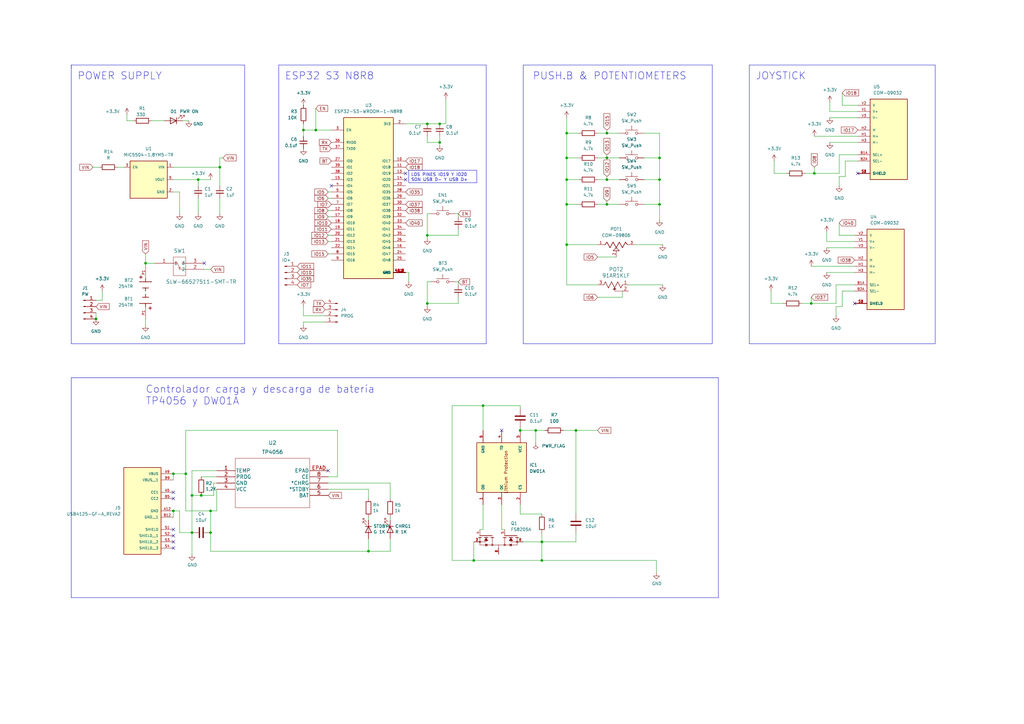
<source format=kicad_sch>
(kicad_sch (version 20231120) (generator "eeschema") (generator_version "8.0")
  (paper "A3")
  (title_block (title "CONTROL WIFI ESP32 S3") (rev "C. TAYUPANTA"))
  (junction (at 198.12 166.37))
  (junction (at 219.71 176.53))
  (junction (at 332.74 124.46))
  (junction (at 248.92 83.82))
  (junction (at 222.25 222.25))
  (junction (at 232.41 64.77))
  (junction (at 82.55 203.2))
  (junction (at 232.41 100.33))
  (junction (at 78.74 203.2))
  (junction (at 248.92 54.61))
  (junction (at 213.36 176.53))
  (junction (at 175.26 96.52))
  (junction (at 59.69 107.95))
  (junction (at 180.34 58.42))
  (junction (at 232.41 83.82))
  (junction (at 270.51 73.66))
  (junction (at 81.28 73.66))
  (junction (at 39.37 130.81))
  (junction (at 248.92 64.77))
  (junction (at 86.36 209.55))
  (junction (at 248.92 73.66))
  (junction (at 175.26 50.8))
  (junction (at 232.41 54.61))
  (junction (at 194.31 229.87))
  (junction (at 86.36 218.44))
  (junction (at 232.41 73.66))
  (junction (at 78.74 218.44))
  (junction (at 334.01 71.12))
  (junction (at 175.26 124.46))
  (junction (at 180.34 50.8))
  (junction (at 129.54 53.34))
  (junction (at 236.22 176.53))
  (junction (at 71.12 209.55))
  (junction (at 71.12 194.31))
  (junction (at 76.2 194.31))
  (junction (at 270.51 83.82))
  (junction (at 222.25 229.87))
  (junction (at 90.17 68.58))
  (junction (at 151.13 226.06))
  (junction (at 124.46 53.34))
  (junction (at 270.51 64.77))
  (no_connect (at 556.26 -137.16))
  (no_connect (at 350.52 124.46))
  (no_connect (at 351.79 71.12))
  (no_connect (at 166.37 71.12))
  (no_connect (at 134.62 193.04))
  (no_connect (at 71.12 201.93))
  (no_connect (at 71.12 224.79))
  (no_connect (at 71.12 222.25))
  (no_connect (at 166.37 73.66))
  (no_connect (at 205.74 176.53))
  (no_connect (at 71.12 217.17))
  (no_connect (at 135.89 76.2))
  (no_connect (at 83.82 107.95))
  (no_connect (at 71.12 219.71))
  (no_connect (at 71.12 204.47))
  (wire (pts (xy 175.26 96.52) (xy 175.26 97.79)))
  (wire (pts (xy 194.31 229.87) (xy 185.42 229.87)))
  (wire (pts (xy 124.46 132.08) (xy 133.35 132.08)))
  (wire (pts (xy 270.51 64.77) (xy 270.51 73.66)))
  (wire (pts (xy 213.36 176.53) (xy 219.71 176.53)))
  (polyline (pts (xy 199.39 140.97) (xy 114.3 140.97)))
  (wire (pts (xy 129.54 44.45) (xy 129.54 53.34)))
  (wire (pts (xy 236.22 222.25) (xy 236.22 218.44)))
  (polyline (pts (xy 29.21 140.97) (xy 100.33 140.97)))
  (wire (pts (xy 232.41 83.82) (xy 232.41 100.33)))
  (wire (pts (xy 232.41 64.77) (xy 232.41 73.66)))
  (wire (pts (xy 237.49 83.82) (xy 232.41 83.82)))
  (wire (pts (xy 138.43 176.53) (xy 138.43 195.58)))
  (wire (pts (xy 245.11 116.84) (xy 232.41 116.84)))
  (wire (pts (xy 219.71 176.53) (xy 223.52 176.53)))
  (wire (pts (xy 346.71 66.04) (xy 351.79 66.04)))
  (wire (pts (xy 344.17 72.39) (xy 346.71 72.39)))
  (wire (pts (xy 134.62 81.28) (xy 135.89 81.28)))
  (wire (pts (xy 316.23 119.38) (xy 316.23 124.46)))
  (wire (pts (xy 198.12 166.37) (xy 185.42 166.37)))
  (polyline (pts (xy 114.3 26.67) (xy 114.3 140.97)))
  (wire (pts (xy 134.62 198.12) (xy 160.02 198.12)))
  (polyline (pts (xy 29.21 154.94) (xy 29.21 245.11)))
  (wire (pts (xy 231.14 176.53) (xy 236.22 176.53)))
  (wire (pts (xy 87.63 203.2) (xy 87.63 198.12)))
  (wire (pts (xy 213.36 207.01) (xy 213.36 210.82)))
  (wire (pts (xy 213.36 175.26) (xy 213.36 176.53)))
  (wire (pts (xy 187.96 115.57) (xy 187.96 116.84)))
  (wire (pts (xy 124.46 133.35) (xy 124.46 132.08)))
  (wire (pts (xy 346.71 72.39) (xy 346.71 66.04)))
  (polyline (pts (xy 292.1 140.97) (xy 292.1 26.67)))
  (wire (pts (xy 317.5 71.12) (xy 322.58 71.12)))
  (wire (pts (xy 255.27 119.38) (xy 255.27 121.92)))
  (wire (pts (xy 334.01 55.88) (xy 351.79 55.88)))
  (wire (pts (xy 344.17 63.5) (xy 351.79 63.5)))
  (wire (pts (xy 176.53 87.63) (xy 175.26 87.63)))
  (wire (pts (xy 134.62 88.9) (xy 135.89 88.9)))
  (polyline (pts (xy 29.21 26.67) (xy 29.21 140.97)))
  (wire (pts (xy 83.82 110.49) (xy 86.36 110.49)))
  (polyline (pts (xy 214.63 140.97) (xy 214.63 26.67)))
  (wire (pts (xy 339.09 111.76) (xy 350.52 111.76)))
  (wire (pts (xy 214.63 222.25) (xy 222.25 222.25)))
  (wire (pts (xy 222.25 218.44) (xy 222.25 222.25)))
  (wire (pts (xy 39.37 128.27) (xy 39.37 130.81)))
  (wire (pts (xy 264.16 64.77) (xy 270.51 64.77)))
  (wire (pts (xy 59.69 109.22) (xy 59.69 107.95)))
  (wire (pts (xy 342.9 116.84) (xy 350.52 116.84)))
  (wire (pts (xy 340.36 58.42) (xy 351.79 58.42)))
  (wire (pts (xy 222.25 222.25) (xy 236.22 222.25)))
  (wire (pts (xy 332.74 121.92) (xy 332.74 124.46)))
  (wire (pts (xy 90.17 64.77) (xy 91.44 64.77)))
  (wire (pts (xy 194.31 229.87) (xy 222.25 229.87)))
  (wire (pts (xy 219.71 176.53) (xy 219.71 181.61)))
  (wire (pts (xy 180.34 58.42) (xy 180.34 59.69)))
  (wire (pts (xy 87.63 198.12) (xy 88.9 198.12)))
  (wire (pts (xy 245.11 64.77) (xy 248.92 64.77)))
  (wire (pts (xy 222.25 222.25) (xy 222.25 229.87)))
  (wire (pts (xy 90.17 64.77) (xy 90.17 68.58)))
  (wire (pts (xy 175.26 115.57) (xy 175.26 124.46)))
  (polyline (pts (xy 114.3 26.67) (xy 199.39 26.67)))
  (wire (pts (xy 134.62 99.06) (xy 135.89 99.06)))
  (wire (pts (xy 86.36 209.55) (xy 76.2 209.55)))
  (wire (pts (xy 257.81 116.84) (xy 271.78 116.84)))
  (polyline (pts (xy 29.21 154.94) (xy 251.46 154.94)))
  (wire (pts (xy 39.37 123.19) (xy 41.91 123.19)))
  (polyline (pts (xy 214.63 26.67) (xy 292.1 26.67)))
  (wire (pts (xy 175.26 58.42) (xy 180.34 58.42)))
  (wire (pts (xy 187.96 124.46) (xy 187.96 121.92)))
  (wire (pts (xy 345.44 43.18) (xy 351.79 43.18)))
  (wire (pts (xy 344.17 91.44) (xy 344.17 96.52)))
  (wire (pts (xy 205.74 217.17) (xy 207.01 217.17)))
  (wire (pts (xy 345.44 119.38) (xy 350.52 119.38)))
  (wire (pts (xy 334.01 71.12) (xy 344.17 71.12)))
  (wire (pts (xy 339.09 101.6) (xy 350.52 101.6)))
  (wire (pts (xy 339.09 95.25) (xy 339.09 99.06)))
  (wire (pts (xy 236.22 176.53) (xy 236.22 210.82)))
  (wire (pts (xy 187.96 96.52) (xy 175.26 96.52)))
  (wire (pts (xy 232.41 54.61) (xy 237.49 54.61)))
  (wire (pts (xy 48.26 68.58) (xy 50.8 68.58)))
  (wire (pts (xy 345.44 38.1) (xy 345.44 43.18)))
  (wire (pts (xy 175.26 87.63) (xy 175.26 96.52)))
  (wire (pts (xy 78.74 203.2) (xy 78.74 218.44)))
  (wire (pts (xy 264.16 54.61) (xy 270.51 54.61)))
  (wire (pts (xy 81.28 76.2) (xy 81.28 73.66)))
  (wire (pts (xy 71.12 68.58) (xy 90.17 68.58)))
  (wire (pts (xy 134.62 96.52) (xy 135.89 96.52)))
  (wire (pts (xy 124.46 55.88) (xy 124.46 53.34)))
  (wire (pts (xy 166.37 50.8) (xy 175.26 50.8)))
  (wire (pts (xy 248.92 72.39) (xy 248.92 73.66)))
  (wire (pts (xy 175.26 124.46) (xy 175.26 125.73)))
  (wire (pts (xy 248.92 63.5) (xy 248.92 64.77)))
  (wire (pts (xy 182.88 40.64) (xy 182.88 50.8)))
  (wire (pts (xy 344.17 71.12) (xy 344.17 63.5)))
  (polyline (pts (xy 29.21 245.11) (xy 251.46 245.11)))
  (polyline (pts (xy 383.54 140.97) (xy 383.54 26.67)))
  (wire (pts (xy 332.74 124.46) (xy 342.9 124.46)))
  (wire (pts (xy 175.26 55.88) (xy 175.26 58.42)))
  (wire (pts (xy 344.17 96.52) (xy 350.52 96.52)))
  (wire (pts (xy 62.23 49.53) (xy 67.31 49.53)))
  (wire (pts (xy 332.74 109.22) (xy 350.52 109.22)))
  (wire (pts (xy 328.93 124.46) (xy 332.74 124.46)))
  (wire (pts (xy 339.09 99.06) (xy 350.52 99.06)))
  (wire (pts (xy 248.92 83.82) (xy 254 83.82)))
  (wire (pts (xy 38.1 68.58) (xy 40.64 68.58)))
  (wire (pts (xy 90.17 81.28) (xy 90.17 87.63)))
  (polyline (pts (xy 307.34 26.67) (xy 307.34 140.97)))
  (wire (pts (xy 59.69 107.95) (xy 59.69 104.14)))
  (wire (pts (xy 151.13 213.36) (xy 151.13 212.09)))
  (wire (pts (xy 151.13 226.06) (xy 160.02 226.06)))
  (wire (pts (xy 198.12 207.01) (xy 198.12 217.17)))
  (wire (pts (xy 124.46 53.34) (xy 129.54 53.34)))
  (wire (pts (xy 245.11 73.66) (xy 248.92 73.66)))
  (wire (pts (xy 86.36 226.06) (xy 151.13 226.06)))
  (wire (pts (xy 160.02 213.36) (xy 160.02 212.09)))
  (polyline (pts (xy 307.34 140.97) (xy 383.54 140.97)))
  (wire (pts (xy 187.96 96.52) (xy 187.96 93.98)))
  (polyline (pts (xy 100.33 140.97) (xy 100.33 26.67)))
  (wire (pts (xy 232.41 54.61) (xy 232.41 64.77)))
  (wire (pts (xy 176.53 115.57) (xy 175.26 115.57)))
  (wire (pts (xy 86.36 209.55) (xy 86.36 218.44)))
  (wire (pts (xy 129.54 53.34) (xy 135.89 53.34)))
  (wire (pts (xy 78.74 218.44) (xy 78.74 227.33)))
  (wire (pts (xy 82.55 195.58) (xy 88.9 195.58)))
  (wire (pts (xy 344.17 76.2) (xy 344.17 72.39)))
  (wire (pts (xy 74.93 49.53) (xy 77.47 49.53)))
  (wire (pts (xy 175.26 50.8) (xy 180.34 50.8)))
  (wire (pts (xy 76.2 176.53) (xy 76.2 194.31)))
  (wire (pts (xy 134.62 78.74) (xy 135.89 78.74)))
  (wire (pts (xy 71.12 209.55) (xy 73.66 209.55)))
  (wire (pts (xy 76.2 176.53) (xy 138.43 176.53)))
  (wire (pts (xy 88.9 200.66) (xy 88.9 209.55)))
  (wire (pts (xy 71.12 209.55) (xy 71.12 212.09)))
  (wire (pts (xy 340.36 41.91) (xy 340.36 45.72)))
  (wire (pts (xy 124.46 50.8) (xy 124.46 53.34)))
  (wire (pts (xy 269.24 229.87) (xy 269.24 234.95)))
  (wire (pts (xy 248.92 54.61) (xy 254 54.61)))
  (polyline (pts (xy 307.34 26.67) (xy 383.54 26.67)))
  (wire (pts (xy 166.37 111.76) (xy 167.64 111.76)))
  (wire (pts (xy 76.2 209.55) (xy 76.2 194.31)))
  (wire (pts (xy 76.2 194.31) (xy 71.12 194.31)))
  (wire (pts (xy 342.9 125.73) (xy 345.44 125.73)))
  (wire (pts (xy 52.07 49.53) (xy 54.61 49.53)))
  (wire (pts (xy 260.35 100.33) (xy 271.78 100.33)))
  (wire (pts (xy 124.46 125.73) (xy 124.46 129.54)))
  (wire (pts (xy 270.51 83.82) (xy 270.51 90.17)))
  (wire (pts (xy 185.42 166.37) (xy 185.42 229.87)))
  (wire (pts (xy 316.23 124.46) (xy 321.31 124.46)))
  (wire (pts (xy 86.36 73.66) (xy 81.28 73.66)))
  (wire (pts (xy 334.01 68.58) (xy 334.01 71.12)))
  (wire (pts (xy 78.74 193.04) (xy 78.74 203.2)))
  (wire (pts (xy 330.2 71.12) (xy 334.01 71.12)))
  (wire (pts (xy 232.41 64.77) (xy 237.49 64.77)))
  (wire (pts (xy 236.22 176.53) (xy 245.11 176.53)))
  (wire (pts (xy 124.46 129.54) (xy 133.35 129.54)))
  (wire (pts (xy 88.9 193.04) (xy 78.74 193.04)))
  (wire (pts (xy 232.41 100.33) (xy 245.11 100.33)))
  (wire (pts (xy 73.66 78.74) (xy 71.12 78.74)))
  (wire (pts (xy 232.41 73.66) (xy 232.41 83.82)))
  (wire (pts (xy 317.5 66.04) (xy 317.5 71.12)))
  (wire (pts (xy 245.11 83.82) (xy 248.92 83.82)))
  (wire (pts (xy 134.62 200.66) (xy 151.13 200.66)))
  (wire (pts (xy 340.36 45.72) (xy 351.79 45.72)))
  (wire (pts (xy 248.92 64.77) (xy 254 64.77)))
  (wire (pts (xy 59.69 107.95) (xy 63.5 107.95)))
  (wire (pts (xy 222.25 229.87) (xy 269.24 229.87)))
  (wire (pts (xy 232.41 116.84) (xy 232.41 100.33)))
  (wire (pts (xy 245.11 121.92) (xy 255.27 121.92)))
  (wire (pts (xy 59.69 130.81) (xy 59.69 133.35)))
  (wire (pts (xy 198.12 217.17) (xy 196.85 217.17)))
  (wire (pts (xy 82.55 203.2) (xy 87.63 203.2)))
  (wire (pts (xy 82.55 203.2) (xy 78.74 203.2)))
  (wire (pts (xy 180.34 55.88) (xy 180.34 58.42)))
  (wire (pts (xy 342.9 129.54) (xy 342.9 125.73)))
  (wire (pts (xy 186.69 115.57) (xy 187.96 115.57)))
  (wire (pts (xy 90.17 68.58) (xy 90.17 76.2)))
  (wire (pts (xy 134.62 104.14) (xy 135.89 104.14)))
  (wire (pts (xy 342.9 124.46) (xy 342.9 116.84)))
  (wire (pts (xy 213.36 210.82) (xy 222.25 210.82)))
  (wire (pts (xy 205.74 207.01) (xy 205.74 217.17)))
  (wire (pts (xy 167.64 111.76) (xy 167.64 115.57)))
  (wire (pts (xy 194.31 222.25) (xy 194.31 229.87)))
  (polyline (pts (xy 214.63 140.97) (xy 292.1 140.97)))
  (polyline (pts (xy 29.21 26.67) (xy 29.21 27.94)))
  (polyline (pts (xy 251.46 154.94) (xy 294.64 154.94)))
  (wire (pts (xy 182.88 50.8) (xy 180.34 50.8)))
  (wire (pts (xy 71.12 194.31) (xy 71.12 196.85)))
  (wire (pts (xy 73.66 209.55) (xy 73.66 218.44)))
  (wire (pts (xy 198.12 166.37) (xy 198.12 176.53)))
  (wire (pts (xy 52.07 46.99) (xy 52.07 49.53)))
  (wire (pts (xy 81.28 81.28) (xy 81.28 87.63)))
  (polyline (pts (xy 199.39 26.67) (xy 199.39 140.97)))
  (wire (pts (xy 270.51 54.61) (xy 270.51 64.77)))
  (wire (pts (xy 248.92 73.66) (xy 254 73.66)))
  (wire (pts (xy 86.36 218.44) (xy 86.36 226.06)))
  (wire (pts (xy 88.9 209.55) (xy 86.36 209.55)))
  (wire (pts (xy 160.02 198.12) (xy 160.02 204.47)))
  (wire (pts (xy 81.28 73.66) (xy 71.12 73.66)))
  (wire (pts (xy 151.13 226.06) (xy 151.13 220.98)))
  (wire (pts (xy 151.13 200.66) (xy 151.13 204.47)))
  (wire (pts (xy 232.41 48.26) (xy 232.41 54.61)))
  (wire (pts (xy 248.92 53.34) (xy 248.92 54.61)))
  (wire (pts (xy 270.51 83.82) (xy 264.16 83.82)))
  (wire (pts (xy 232.41 73.66) (xy 237.49 73.66)))
  (wire (pts (xy 270.51 73.66) (xy 270.51 83.82)))
  (wire (pts (xy 187.96 124.46) (xy 175.26 124.46)))
  (wire (pts (xy 186.69 87.63) (xy 187.96 87.63)))
  (wire (pts (xy 345.44 125.73) (xy 345.44 119.38)))
  (wire (pts (xy 213.36 166.37) (xy 198.12 166.37)))
  (wire (pts (xy 73.66 87.63) (xy 73.66 78.74)))
  (wire (pts (xy 213.36 167.64) (xy 213.36 166.37)))
  (wire (pts (xy 138.43 195.58) (xy 134.62 195.58)))
  (wire (pts (xy 340.36 48.26) (xy 351.79 48.26)))
  (wire (pts (xy 73.66 218.44) (xy 78.74 218.44)))
  (wire (pts (xy 245.11 105.41) (xy 252.73 105.41)))
  (wire (pts (xy 134.62 86.36) (xy 135.89 86.36)))
  (polyline (pts (xy 294.64 245.11) (xy 251.46 245.11)))
  (wire (pts (xy 245.11 54.61) (xy 248.92 54.61)))
  (wire (pts (xy 264.16 73.66) (xy 270.51 73.66)))
  (wire (pts (xy 187.96 87.63) (xy 187.96 88.9)))
  (polyline (pts (xy 100.33 26.67) (xy 29.21 26.67)))
  (polyline (pts (xy 294.64 154.94) (xy 294.64 245.11)))
  (wire (pts (xy 41.91 123.19) (xy 41.91 119.38)))
  (wire (pts (xy 248.92 82.55) (xy 248.92 83.82)))
  (wire (pts (xy 160.02 226.06) (xy 160.02 220.98)))
  (text_box "LOS PINES IO19 Y IO20 SON USB D- Y USB D+" (at 167.64 69.85 0) (size 27.94 5.08) (effects (font (size 1.27 1.27)) (justify left top)))
  (text "JOYSTICK " (at 309.88 33.02 0) (effects (font (size 3 3)) (justify left bottom)))
  (text "Controlador carga y descarga de batería\nTP4056 y DW01A" (at 59.69 166.37 0) (effects (font (size 3 3)) (justify left bottom)))
  (text "ESP32 S3 N8R8\n" (at 116.84 33.02 0) (effects (font (size 3 3)) (justify left bottom)))
  (text "POWER SUPPLY" (at 31.75 33.02 0) (effects (font (size 3 3)) (justify left bottom)))
  (text "PUSH.B & POTENTIOMETERS" (at 218.44 33.02 0) (effects (font (size 3 3)) (justify left bottom)))
  (global_label "IO11" (shape input) (at 121.92 109.22 0) (property "Intersheetrefs" "${INTERSHEET_REFS}" (effects (hide yes))))
  (global_label "VIN" (shape input) (at 59.69 104.14 90) (property "Intersheetrefs" "${INTERSHEET_REFS}" (effects (hide yes))))
  (global_label "VIN" (shape input) (at 38.1 68.58 180) (property "Intersheetrefs" "${INTERSHEET_REFS}" (effects (hide yes))))
  (global_label "IO17" (shape input) (at 166.37 66.04 0) (property "Intersheetrefs" "${INTERSHEET_REFS}" (effects (hide yes))))
  (global_label "IO40" (shape input) (at 166.37 91.44 0) (property "Intersheetrefs" "${INTERSHEET_REFS}" (effects (hide yes))))
  (global_label "RX" (shape input) (at 133.35 127 180) (property "Intersheetrefs" "${INTERSHEET_REFS}" (effects (hide yes))))
  (global_label "IO15" (shape input) (at 134.62 104.14 180) (property "Intersheetrefs" "${INTERSHEET_REFS}" (effects (hide yes))))
  (global_label "IO9" (shape input) (at 248.92 82.55 90) (property "Intersheetrefs" "${INTERSHEET_REFS}" (effects (hide yes))))
  (global_label "VIN" (shape input) (at 245.11 176.53 0) (property "Intersheetrefs" "${INTERSHEET_REFS}" (effects (hide yes))))
  (global_label "IO8" (shape input) (at 334.01 68.58 90) (property "Intersheetrefs" "${INTERSHEET_REFS}" (effects (hide yes))))
  (global_label "IO6" (shape input) (at 245.11 121.92 180) (property "Intersheetrefs" "${INTERSHEET_REFS}" (effects (hide yes))))
  (global_label "IO15" (shape input) (at 248.92 53.34 90) (property "Intersheetrefs" "${INTERSHEET_REFS}" (effects (hide yes))))
  (global_label "IO17" (shape input) (at 351.79 53.34 180) (property "Intersheetrefs" "${INTERSHEET_REFS}" (effects (hide yes))))
  (global_label "IO6" (shape input) (at 134.62 81.28 180) (property "Intersheetrefs" "${INTERSHEET_REFS}" (effects (hide yes))))
  (global_label "EN" (shape input) (at 187.96 87.63 0) (property "Intersheetrefs" "${INTERSHEET_REFS}" (effects (hide yes))))
  (global_label "IO7" (shape input) (at 121.92 116.84 0) (property "Intersheetrefs" "${INTERSHEET_REFS}" (effects (hide yes))))
  (global_label "TX" (shape input) (at 135.89 60.96 180) (property "Intersheetrefs" "${INTERSHEET_REFS}" (effects (hide yes))))
  (global_label "BT" (shape input) (at 135.89 66.04 180) (property "Intersheetrefs" "${INTERSHEET_REFS}" (effects (hide yes))))
  (global_label "IO9" (shape input) (at 134.62 88.9 180) (property "Intersheetrefs" "${INTERSHEET_REFS}" (effects (hide yes))))
  (global_label "IO18" (shape input) (at 345.44 38.1 0) (property "Intersheetrefs" "${INTERSHEET_REFS}" (effects (hide yes))))
  (global_label "IO38" (shape input) (at 166.37 86.36 0) (property "Intersheetrefs" "${INTERSHEET_REFS}" (effects (hide yes))))
  (global_label "IO5" (shape input) (at 134.62 78.74 180) (property "Intersheetrefs" "${INTERSHEET_REFS}" (effects (hide yes))))
  (global_label "VIN" (shape input) (at 134.62 203.2 0) (property "Intersheetrefs" "${INTERSHEET_REFS}" (effects (hide yes))))
  (global_label "IO11" (shape input) (at 135.89 93.98 180) (property "Intersheetrefs" "${INTERSHEET_REFS}" (effects (hide yes))))
  (global_label "BT" (shape input) (at 187.96 115.57 0) (property "Intersheetrefs" "${INTERSHEET_REFS}" (effects (hide yes))))
  (global_label "IO7" (shape input) (at 135.89 83.82 180) (property "Intersheetrefs" "${INTERSHEET_REFS}" (effects (hide yes))))
  (global_label "TX" (shape input) (at 133.35 124.46 180) (property "Intersheetrefs" "${INTERSHEET_REFS}" (effects (hide yes))))
  (global_label "IO12" (shape input) (at 134.62 96.52 180) (property "Intersheetrefs" "${INTERSHEET_REFS}" (effects (hide yes))))
  (global_label "IO37" (shape input) (at 166.37 83.82 0) (property "Intersheetrefs" "${INTERSHEET_REFS}" (effects (hide yes))))
  (global_label "VIN" (shape input) (at 39.37 125.73 0) (property "Intersheetrefs" "${INTERSHEET_REFS}" (effects (hide yes))))
  (global_label "VIN" (shape input) (at 91.44 64.77 0) (property "Intersheetrefs" "${INTERSHEET_REFS}" (effects (hide yes))))
  (global_label "IO13" (shape input) (at 134.62 99.06 180) (property "Intersheetrefs" "${INTERSHEET_REFS}" (effects (hide yes))))
  (global_label "IO5" (shape input) (at 245.11 105.41 180) (property "Intersheetrefs" "${INTERSHEET_REFS}" (effects (hide yes))))
  (global_label "IO13" (shape input) (at 248.92 63.5 90) (property "Intersheetrefs" "${INTERSHEET_REFS}" (effects (hide yes))))
  (global_label "VIN" (shape input) (at 86.36 110.49 0) (property "Intersheetrefs" "${INTERSHEET_REFS}" (effects (hide yes))))
  (global_label "RX" (shape input) (at 135.89 58.42 180) (property "Intersheetrefs" "${INTERSHEET_REFS}" (effects (hide yes))))
  (global_label "IO10" (shape input) (at 135.89 91.44 180) (property "Intersheetrefs" "${INTERSHEET_REFS}" (effects (hide yes))))
  (global_label "IO35" (shape input) (at 166.37 78.74 0) (property "Intersheetrefs" "${INTERSHEET_REFS}" (effects (hide yes))))
  (global_label "IO38" (shape input) (at 350.52 106.68 180) (property "Intersheetrefs" "${INTERSHEET_REFS}" (effects (hide yes))))
  (global_label "IO12" (shape input) (at 248.92 72.39 90) (property "Intersheetrefs" "${INTERSHEET_REFS}" (effects (hide yes))))
  (global_label "IO8" (shape input) (at 134.62 86.36 180) (property "Intersheetrefs" "${INTERSHEET_REFS}" (effects (hide yes))))
  (global_label "IO37" (shape input) (at 332.74 121.92 0) (property "Intersheetrefs" "${INTERSHEET_REFS}" (effects (hide yes))))
  (global_label "IO10" (shape input) (at 121.92 111.76 0) (property "Intersheetrefs" "${INTERSHEET_REFS}" (effects (hide yes))))
  (global_label "EN" (shape input) (at 129.54 44.45 0) (property "Intersheetrefs" "${INTERSHEET_REFS}" (effects (hide yes))))
  (global_label "IO18" (shape input) (at 166.37 68.58 0) (property "Intersheetrefs" "${INTERSHEET_REFS}" (effects (hide yes))))
  (global_label "IO40" (shape input) (at 344.17 91.44 0) (property "Intersheetrefs" "${INTERSHEET_REFS}" (effects (hide yes))))
  (global_label "IO35" (shape input) (at 121.92 114.3 0) (property "Intersheetrefs" "${INTERSHEET_REFS}" (effects (hide yes))))
  (symbol (lib_name "GND_16") (lib_id "power:GND") (at 77.47 49.53 0) (unit 1)
    (property "Reference" "#PWR09" (effects (hide yes)))
    (property "Value" "GND" (at 81.28 50.8 0))
  )
  (symbol (lib_name "GND_22") (lib_id "power:GND") (at 124.46 60.96 0) (unit 1)
    (property "Reference" "#PWR015" (effects (hide yes)))
    (property "Value" "GND" (at 124.46 66.04 0))
  )
  (symbol (lib_name "GND_15") (lib_id "power:GND") (at 39.37 130.81 0) (unit 1)
    (property "Reference" "#PWR01" (effects (hide yes)))
    (property "Value" "GND" (at 39.37 135.89 0))
  )
  (symbol (lib_name "+3.3V_3") (lib_id "power:+3.3V") (at 232.41 48.26 0) (unit 1)
    (property "Reference" "#PWR023" (effects (hide yes)))
    (property "Value" "+3.3V" (at 232.41 43.18 0))
  )
  (symbol (lib_id "Connector:Conn_01x04_Pin") (at 138.43 129.54 180) (unit 1)
    (property "Reference" "J4" (at 139.7 127 0) (effects (justify right)))
    (property "Value" "PROG" (at 139.7 129.54 0) (effects (justify right)))
    (property "Footprint" "Connector_PinSocket_2.00mm:PinSocket_1x04_P2.00mm_Vertical" (effects (hide yes)))
  )
  (symbol (lib_id "Device:R") (at 124.46 46.99 0) (mirror y) (unit 1)
    (property "Reference" "R3" (at 121.92 45.7199 0) (effects (justify left)))
    (property "Value" "10K" (at 121.92 48.2599 0) (effects (justify left)))
    (property "Footprint" "Resistor_SMD:R_0805_2012Metric" (effects (hide yes)))
    (property "LINK" "https://www.digikey.com/en/products/detail/stackpole-electronics-inc/RMCF0805JT10K0/1757762" (effects (hide yes)))
  )
  (symbol (lib_name "+3.3V_3") (lib_id "power:+3.3V") (at 316.23 119.38 0) (unit 1)
    (property "Reference" "#PWR028" (effects (hide yes)))
    (property "Value" "+3.3V" (at 316.23 114.3 0))
  )
  (symbol (lib_id "Device:C_Small") (at 180.34 53.34 180) (unit 1)
    (property "Reference" "C8" (at 182.88 52.0636 0) (effects (justify right)))
    (property "Value" "0.1uf" (at 182.88 54.6036 0) (effects (justify right)))
    (property "Footprint" "Capacitor_SMD:C_0805_2012Metric" (effects (hide yes)))
    (property "LINK" "https://www.digikey.com/en/products/detail/samsung-electro-mechanics/CL21B104KBCNNNC/3886661" (effects (hide yes)))
  )
  (symbol (lib_id "Device:C") (at 82.55 218.44 90) (unit 1)
    (property "Reference" "C4" (at 82.55 210.82 90))
    (property "Value" "10uF" (at 82.55 213.36 90))
    (property "Footprint" "Capacitor_SMD:C_0805_2012Metric" (effects (hide yes)))
    (property "LINK" "https://www.digikey.com/en/products/detail/samsung-electro-mechanics/CL21A106KOQNNNE/3886754" (effects (hide yes)))
  )
  (symbol (lib_id "Switch:SW_Push") (at 259.08 73.66 0) (unit 1)
    (property "Reference" "SW4" (at 259.08 66.04 0))
    (property "Value" "SW_Push" (at 259.08 68.58 0))
    (property "Footprint" "Button_Switch_THT:SW_PUSH_6mm_H4.3mm" (effects (hide yes)))
  )
  (symbol (lib_id "POT-COM_09806:COM-09806") (at 252.73 100.33 0) (unit 1)
    (property "Reference" "POT1" (at 252.73 93.98 0))
    (property "Value" "COM-09806" (at 252.73 96.52 0))
    (property "Footprint" "POT-COM_09806:POT-COM_09806" (effects (hide yes)))
    (property "PARTREV" "N/A" (effects (hide yes)))
    (property "STANDARD" "Manufacturer Recommendations" (effects (hide yes)))
    (property "MAXIMUM_PACKAGE_HEIGHT" "5.08 mm" (effects (hide yes)))
    (property "MANUFACTURER" "Sparkfun" (effects (hide yes)))
    (property "LINK" "https://www.digikey.com/en/products/detail/sparkfun-electronics/COM-09806/7319606?s=N4IgTCBcDaIMIHkCyBaADATgBxoGwgF0BfIA" (effects (hide yes)))
  )
  (symbol (lib_name "GND_15") (lib_id "power:GND") (at 90.17 87.63 0) (unit 1)
    (property "Reference" "#PWR011" (effects (hide yes)))
    (property "Value" "GND" (at 90.17 92.71 0))
  )
  (symbol (lib_name "GND_19") (lib_id "power:GND") (at 124.46 133.35 0) (unit 1)
    (property "Reference" "#PWR017" (effects (hide yes)))
    (property "Value" "GND" (at 124.46 138.43 0))
  )
  (symbol (lib_id "THUMBWHEEL POT 1K:91AR1KLF") (at 257.81 116.84 180) (unit 1)
    (property "Reference" "POT2" (at 252.6792 110.49 0) (effects (font (size 1.524 1.524))))
    (property "Value" "91AR1KLF" (at 252.6792 113.03 0) (effects (font (size 1.524 1.524))))
    (property "Footprint" "THUMBWHEELPOT1K:THUMBWHEEL POT 1K" (effects (hide yes)))
    (property "Datasheet" "91AR1KLF" (effects (hide yes)))
    (property "LINK" "https://www.digikey.com/en/products/detail/tt-electronics-bi/91AR1KLF/2408746" (effects (hide yes)))
  )
  (symbol (lib_id "Device:R") (at 241.3 54.61 90) (unit 1)
    (property "Reference" "R8" (at 241.3 48.26 90))
    (property "Value" "4.7k" (at 241.3 50.8 90))
    (property "Footprint" "Resistor_SMD:R_0805_2012Metric" (effects (hide yes)))
    (property "LINK" "https://www.digikey.com/en/products/detail/vishay-dale/CRCW08054K70FKEAC/7928553" (effects (hide yes)))
  )
  (symbol (lib_id "Device:LED") (at 151.13 217.17 270) (unit 1)
    (property "Reference" "STDBY1" (at 153.162 215.8238 90) (effects (justify left)))
    (property "Value" "G 1K" (at 153.162 218.1352 90) (effects (justify left)))
    (property "Footprint" "LED_SMD:LED_0805_2012Metric" (effects (hide yes)))
    (property "LINK" "https://www.digikey.com/en/products/detail/w%C3%BCrth-elektronik/150080SS75000/4489921" (effects (hide yes)))
  )
  (symbol (lib_id "Device:R") (at 241.3 73.66 90) (unit 1)
    (property "Reference" "R10" (at 241.3 67.31 90))
    (property "Value" "4.7k" (at 241.3 69.85 90))
    (property "Footprint" "Resistor_SMD:R_0805_2012Metric" (effects (hide yes)))
    (property "LINK" "https://www.digikey.com/en/products/detail/vishay-dale/CRCW08054K70FKEAC/7928553" (effects (hide yes)))
  )
  (symbol (lib_name "+3.3V_2") (lib_id "power:+3.3V") (at 41.91 119.38 0) (unit 1)
    (property "Reference" "#PWR03" (effects (hide yes)))
    (property "Value" "+3.3V" (at 41.91 114.3 0))
  )
  (symbol (lib_id "Device:C_Small") (at 90.17 78.74 0) (unit 1)
    (property "Reference" "C2" (at 92.71 77.47 0) (effects (justify left)))
    (property "Value" "1uF" (at 92.71 80.01 0) (effects (justify left)))
    (property "Footprint" "Capacitor_SMD:C_0805_2012Metric" (effects (hide yes)))
  )
  (symbol (lib_id "Switch:SW_Push") (at 181.61 87.63 0) (unit 1)
    (property "Reference" "EN1" (at 181.61 80.01 0))
    (property "Value" "SW_Push" (at 181.61 82.55 0))
    (property "Footprint" "Button_Switch_SMD:SW_Tactile_SPST_NO_Straight_CK_PTS636Sx25SMTRLFS" (effects (hide yes)))
    (property "LINK" "https://www.digikey.com/en/products/detail/c-k/PTS636-SK25-SMTR-LFS/10071735?s=N4IgTCBcDaIAoBUDKA2AzCpBpMBWJAsggEoAyAYkiALoC%2BQA" (effects (hide yes)))
  )
  (symbol (lib_id "Device:C") (at 236.22 214.63 0) (unit 1)
    (property "Reference" "C12" (at 240.03 213.3599 0) (effects (justify left)))
    (property "Value" "10uF" (at 240.03 215.8999 0) (effects (justify left)))
    (property "Footprint" "Capacitor_SMD:C_0805_2012Metric" (effects (hide yes)))
    (property "LINK" "https://www.digikey.com/en/products/detail/samsung-electro-mechanics/CL21A106KOQNNNE/3886754" (effects (hide yes)))
  )
  (symbol (lib_name "+3.3V_3") (lib_id "power:+3.3V") (at 317.5 66.04 0) (unit 1)
    (property "Reference" "#PWR029" (effects (hide yes)))
    (property "Value" "+3.3V" (at 317.5 60.96 0))
  )
  (symbol (lib_id "power:PWR_FLAG") (at 219.71 181.61 180) (unit 1)
    (property "Reference" "#FLG01" (effects (hide yes)))
    (property "Value" "PWR_FLAG" (at 222.25 182.8799 0) (effects (justify right)))
  )
  (symbol (lib_id "FS8205A:FS8205A") (at 204.47 222.25 270) (unit 1)
    (property "Reference" "Q1" (at 209.4993 214.63 90) (effects (justify left)))
    (property "Value" "FS8205A" (at 209.4993 217.17 90) (effects (justify left)))
    (property "Footprint" "FS8205A:SOP65P640X120-8N" (effects (hide yes)))
    (property "MANUFACTURER" "Fortune Semiconductor" (effects (hide yes)))
    (property "PARTREV" "1.7" (effects (hide yes)))
    (property "STANDARD" "IPC 7351B" (effects (hide yes)))
    (property "MAXIMUM_PACKAGE_HEIGHT" "1.2mm" (effects (hide yes)))
  )
  (symbol (lib_id "Device:C_Small") (at 175.26 53.34 0) (mirror x) (unit 1)
    (property "Reference" "C7" (at 172.72 52.0636 0) (effects (justify right)))
    (property "Value" "0.1uf" (at 172.72 54.6036 0) (effects (justify right)))
    (property "Footprint" "Capacitor_SMD:C_0805_2012Metric" (effects (hide yes)))
    (property "LINK" "https://www.digikey.com/en/products/detail/samsung-electro-mechanics/CL21B104KBCNNNC/3886661" (effects (hide yes)))
  )
  (symbol (lib_name "GND_7") (lib_id "power:GND") (at 59.69 133.35 0) (unit 1)
    (property "Reference" "#PWR06" (effects (hide yes)))
    (property "Value" "GND" (at 59.69 138.43 0))
  )
  (symbol (lib_id "Device:R") (at 44.45 68.58 90) (unit 1)
    (property "Reference" "R14" (at 44.45 62.23 90))
    (property "Value" "R" (at 44.45 64.77 90))
    (property "Footprint" "Resistor_SMD:R_0402_1005Metric" (effects (hide yes)))
    (property "LINK" "DNP" (effects (hide yes)))
  )
  (symbol (lib_id "Device:R") (at 325.12 124.46 90) (unit 1)
    (property "Reference" "R12" (at 325.12 118.11 90))
    (property "Value" "4.7k" (at 325.12 120.65 90))
    (property "Footprint" "Resistor_SMD:R_0805_2012Metric" (effects (hide yes)))
    (property "LINK" "https://www.digikey.com/en/products/detail/vishay-dale/CRCW08054K70FKEAC/7928553" (effects (hide yes)))
  )
  (symbol (lib_id "power:GND") (at 270.51 90.17 0) (unit 1)
    (property "Reference" "#PWR025" (effects (hide yes)))
    (property "Value" "GND" (at 270.51 95.25 0))
  )
  (symbol (lib_id "Device:R") (at 151.13 208.28 0) (unit 1)
    (property "Reference" "R4" (at 152.908 207.1116 0) (effects (justify left)))
    (property "Value" "1k" (at 152.908 209.423 0) (effects (justify left)))
    (property "Footprint" "Resistor_SMD:R_0805_2012Metric" (effects (hide yes)))
    (property "LINK" "https://www.digikey.com/en/products/detail/yageo/RC0805FR-071KL/727444" (effects (hide yes)))
  )
  (symbol (lib_id "Connector:Conn_01x04_Pin") (at 34.29 125.73 0) (unit 1)
    (property "Reference" "J1" (at 34.925 118.11 0))
    (property "Value" "PW" (at 34.925 120.65 0))
    (property "Footprint" "Connector_PinSocket_2.00mm:PinSocket_1x04_P2.00mm_Vertical" (effects (hide yes)))
  )
  (symbol (lib_id "Connector:Conn_01x04_Pin") (at 116.84 111.76 0) (unit 1)
    (property "Reference" "J3" (at 117.475 104.14 0))
    (property "Value" "IO+" (at 117.475 106.68 0))
    (property "Footprint" "Connector_PinSocket_2.00mm:PinSocket_1x04_P2.00mm_Vertical" (effects (hide yes)))
  )
  (symbol (lib_id "Device:C_Small") (at 81.28 78.74 0) (unit 1)
    (property "Reference" "C1" (at 83.82 77.47 0) (effects (justify left)))
    (property "Value" "1uF" (at 83.82 80.01 0) (effects (justify left)))
    (property "Footprint" "Capacitor_SMD:C_0805_2012Metric" (effects (hide yes)))
  )
  (symbol (lib_name "GND_17") (lib_id "power:GND") (at 175.26 97.79 0) (unit 1)
    (property "Reference" "#PWR019" (effects (hide yes)))
    (property "Value" "GND" (at 175.26 102.87 0))
  )
  (symbol (lib_id "Device:LED") (at 71.12 49.53 180) (unit 1)
    (property "Reference" "D1" (at 69.85 45.72 0) (effects (justify right)))
    (property "Value" "PWR ON" (at 73.66 45.72 0) (effects (justify right)))
    (property "Footprint" "LED_SMD:LED_0805_2012Metric" (effects (hide yes)))
    (property "LINK" "https://www.digikey.com/en/products/detail/w%C3%BCrth-elektronik/150080VS75000/4489924" (effects (hide yes)))
  )
  (symbol (lib_id "power:GND") (at 339.09 111.76 0) (unit 1)
    (property "Reference" "#PWR034" (effects (hide yes)))
    (property "Value" "GND" (at 339.09 116.84 0))
  )
  (symbol (lib_id "POT-COM-09032:COM-09032") (at 363.22 109.22 0) (unit 1)
    (property "Reference" "U4" (at 356.87 88.9 0) (effects (justify left)))
    (property "Value" "COM-09032" (at 356.87 91.44 0) (effects (justify left)))
    (property "Footprint" "POT-COM-09032:POT-COM-09032" (effects (hide yes)))
    (property "Description" "\nJoystick, 2 - Axis Analog (Resistive) Output\n" (effects (hide yes)))
    (property "MF" "SparkFun Electronics" (effects (hide yes)))
    (property "MAXIMUM_PACKAGE_HEIGHT" "30.1mm" (effects (hide yes)))
    (property "Package" "Package" (effects (hide yes)))
    (property "Price" "None" (effects (hide yes)))
    (property "Check_prices" "https://www.snapeda.com/parts/COM-09032/SparkFun+Electronics/view-part/?ref=eda" (effects (hide yes)))
    (property "STANDARD" "Manufacturer Recommendations" (effects (hide yes)))
    (property "PARTREV" "N/A" (effects (hide yes)))
    (property "SnapEDA_Link" "https://www.snapeda.com/parts/COM-09032/SparkFun+Electronics/view-part/?ref=snap" (effects (hide yes)))
    (property "MP" "COM-09032" (effects (hide yes)))
    (property "Purchase-URL" "https://www.snapeda.com/api/url_track_click_mouser/?unipart_id=888157&manufacturer=SparkFun Electronics&part_name=COM-09032&search_term=None" (effects (hide yes)))
    (property "Availability" "In Stock" (effects (hide yes)))
    (property "MANUFACTURER" "SparkFun Electronics" (effects (hide yes)))
    (property "LINK" "https://www.digikey.com/en/products/detail/sparkfun-electronics/COM-09032/6823623" (effects (hide yes)))
  )
  (symbol (lib_name "+3.3V_2") (lib_id "power:+3.3V") (at 86.36 73.66 0) (unit 1)
    (property "Reference" "#PWR02" (effects (hide yes)))
    (property "Value" "+3.3V" (at 81.28 71.12 0))
  )
  (symbol (lib_id "Switch:SW_Push") (at 259.08 64.77 0) (unit 1)
    (property "Reference" "SW3" (at 259.08 57.15 0))
    (property "Value" "SW_Push" (at 259.08 59.69 0))
    (property "Footprint" "Button_Switch_THT:SW_Tactile_SPST_Angled_PTS645Vx83-2LFS" (effects (hide yes)))
    (property "LINK" "https://www.digikey.com/en/products/detail/c-k/PTS645VH83-2-LFS/1146776" (effects (hide yes)))
  )
  (symbol (lib_id "Device:R") (at 227.33 176.53 90) (unit 1)
    (property "Reference" "R7" (at 227.33 170.18 90))
    (property "Value" "100" (at 227.33 172.72 90))
    (property "Footprint" "Resistor_SMD:R_0805_2012Metric" (effects (hide yes)))
    (property "LINK" "https://www.digikey.com/en/products/detail/yageo/RC0805FR-07100RL/727543" (effects (hide yes)))
  )
  (symbol (lib_name "GND_22") (lib_id "power:GND") (at 180.34 59.69 0) (unit 1)
    (property "Reference" "#PWR021" (effects (hide yes)))
    (property "Value" "GND" (at 180.34 64.77 0))
  )
  (symbol (lib_id "power:GND") (at 271.78 100.33 0) (unit 1)
    (property "Reference" "#PWR026" (effects (hide yes)))
    (property "Value" "GND" (at 271.78 105.41 0))
  )
  (symbol (lib_id "BAT_254TR:254TR") (at 59.69 116.84 90) (mirror x) (unit 1)
    (property "Reference" "BT2" (at 54.61 114.935 90) (effects (justify left)))
    (property "Value" "254TR" (at 54.61 117.475 90) (effects (justify left)))
    (property "Footprint" "BAT_254TR:BAT_254TR" (effects (hide yes)))
    (property "PARTREV" "C" (effects (hide yes)))
    (property "STANDARD" "Manufacturer Recommendations" (effects (hide yes)))
    (property "SNAPEDA_PACKAGE_ID" "39531" (effects (hide yes)))
    (property "MAXIMUM_PACKAGE_HEIGHT" "16.97 mm" (effects (hide yes)))
    (property "MANUFACTURER" "Keystone Electronics" (effects (hide yes)))
    (property "LINK" "https://www.digikey.com/en/products/detail/keystone-electronics/254TR/9646026" (effects (hide yes)))
  )
  (symbol (lib_id "ESP32-S3-WROOM-1-N8R8:ESP32-S3-WROOM-1-N8R8") (at 151.13 81.28 0) (unit 1)
    (property "Reference" "U3" (at 151.13 43.18 0))
    (property "Value" "ESP32-S3-WROOM-1-N8R8" (at 151.13 45.72 0))
    (property "Footprint" "ESP32-S3:ESP32-S3-WROOM-1-N8R8" (effects (hide yes)))
    (property "Description" "\nBluetooth, WiFi 802.11b/g/n, Bluetooth v5.0 Transceiver Module 2.4GHz PCB Trace Surface Mount\n" (effects (hide yes)))
    (property "MF" "Espressif Systems" (effects (hide yes)))
    (property "DESCRIPTION" "Bluetooth, WiFi 802.11b/g/n, Bluetooth v5.0 Transceiver Module 2.4GHz PCB Trace Surface Mount" (effects (hide yes)))
    (property "PACKAGE" "SMD-41 Espressif Systems" (effects (hide yes)))
    (property "PRICE" "None" (effects (hide yes)))
    (property "Package" "None" (effects (hide yes)))
    (property "Check_prices" "https://www.snapeda.com/parts/ESP32-S3-WROOM-1-N8R8/Espressif+Systems/view-part/?ref=eda" (effects (hide yes)))
    (property "Price" "None" (effects (hide yes)))
    (property "SnapEDA_Link" "https://www.snapeda.com/parts/ESP32-S3-WROOM-1-N8R8/Espressif+Systems/view-part/?ref=snap" (effects (hide yes)))
    (property "MP" "ESP32-S3-WROOM-1-N8R8" (effects (hide yes)))
    (property "Purchase-URL" "https://www.snapeda.com/api/url_track_click_mouser/?unipart_id=8936581&manufacturer=Espressif Systems&part_name=ESP32-S3-WROOM-1-N8R8&search_term=esp32 s3" (effects (hide yes)))
    (property "Availability" "In Stock" (effects (hide yes)))
    (property "AVAILABILITY" "In Stock" (effects (hide yes)))
    (property "PURCHASE-URL" "https://pricing.snapeda.com/search/part/ESP32S3WROOM1N8R8/?ref=eda" (effects (hide yes)))
    (property "LINK VENDOR" "https://www.digikey.com/en/products/detail/espressif-systems/ESP32-S3-WROOM-1-N8/15200089" (effects (hide yes)))
    (property "LINK" "https://www.digikey.com/en/products/detail/espressif-systems/ESP32-S3-WROOM-1-N8/15200089" (effects (hide yes)))
  )
  (symbol (lib_name "+3.3V_3") (lib_id "power:+3.3V") (at 124.46 43.18 0) (unit 1)
    (property "Reference" "#PWR014" (effects (hide yes)))
    (property "Value" "+3.3V" (at 124.46 38.1 0))
  )
  (symbol (lib_id "Device:R") (at 326.39 71.12 90) (unit 1)
    (property "Reference" "R13" (at 326.39 64.77 90))
    (property "Value" "4.7k" (at 326.39 67.31 90))
    (property "Footprint" "Resistor_SMD:R_0805_2012Metric" (effects (hide yes)))
    (property "LINK" "https://www.digikey.com/en/products/detail/vishay-dale/CRCW08054K70FKEAC/7928553" (effects (hide yes)))
  )
  (symbol (lib_id "Device:R") (at 160.02 208.28 0) (unit 1)
    (property "Reference" "R5" (at 161.798 207.1116 0) (effects (justify left)))
    (property "Value" "1k" (at 161.798 209.423 0) (effects (justify left)))
    (property "Footprint" "Resistor_SMD:R_0805_2012Metric" (effects (hide yes)))
    (property "LINK" "https://www.digikey.com/en/products/detail/yageo/RC0805FR-071KL/727444" (effects (hide yes)))
  )
  (symbol (lib_name "GND_22") (lib_id "power:GND") (at 167.64 115.57 0) (unit 1)
    (property "Reference" "#PWR018" (effects (hide yes)))
    (property "Value" "GND" (at 167.64 120.65 0))
  )
  (symbol (lib_id "power:GND") (at 339.09 101.6 0) (unit 1)
    (property "Reference" "#PWR033" (effects (hide yes)))
    (property "Value" "GND" (at 339.09 106.68 0))
  )
  (symbol (lib_id "power:GND") (at 342.9 129.54 0) (unit 1)
    (property "Reference" "#PWR038" (effects (hide yes)))
    (property "Value" "GND" (at 342.9 134.62 0))
  )
  (symbol (lib_id "Device:R") (at 241.3 83.82 90) (unit 1)
    (property "Reference" "R11" (at 241.3 77.47 90))
    (property "Value" "4.7k" (at 241.3 80.01 90))
    (property "Footprint" "Resistor_SMD:R_0805_2012Metric" (effects (hide yes)))
    (property "LINK" "https://www.digikey.com/en/products/detail/vishay-dale/CRCW08054K70FKEAC/7928553" (effects (hide yes)))
  )
  (symbol (lib_id "power:GND") (at 340.36 48.26 0) (unit 1)
    (property "Reference" "#PWR036" (effects (hide yes)))
    (property "Value" "GND" (at 340.36 53.34 0))
  )
  (symbol (lib_name "+3.3V_3") (lib_id "power:+3.3V") (at 182.88 40.64 0) (unit 1)
    (property "Reference" "#PWR022" (effects (hide yes)))
    (property "Value" "+3.3V" (at 182.88 35.56 0))
  )
  (symbol (lib_id "Device:C") (at 213.36 171.45 180) (unit 1)
    (property "Reference" "C11" (at 217.17 170.1799 0) (effects (justify right)))
    (property "Value" "0.1uF" (at 217.17 172.7199 0) (effects (justify right)))
    (property "Footprint" "Capacitor_SMD:C_0805_2012Metric" (effects (hide yes)))
    (property "LINK" "https://www.digikey.com/en/products/detail/samsung-electro-mechanics/CL21B104KBCNNNC/3886661" (effects (hide yes)))
  )
  (symbol (lib_id "SLW-66527511-SMT-TR_CUD:SLW-66527511-SMT-TR") (at 63.5 107.95 0) (unit 1)
    (property "Reference" "SW1" (at 73.66 102.87 0) (effects (font (size 1.524 1.524))))
    (property "Value" "SLW-66527511-SMT-TR" (at 82.55 115.57 0) (effects (font (size 1.524 1.524))))
    (property "Footprint" "SW-SLIDE:SLW-66527511-SMT-TR_CUD" (effects (hide yes)))
    (property "Datasheet" "SLW-66527511-SMT-TR" (effects (hide yes)))
    (property "LINK" "https://www.digikey.com/en/products/detail/cui-devices/SLW-66527511-SMT-TR/21259964?s=N4IgTCBcDaIMoBkDqBaAbGgrGA7JgjPinALIAqKZASiALoC%2BQA" (effects (hide yes)))
  )
  (symbol (lib_id "Device:C_Small") (at 124.46 58.42 0) (mirror x) (unit 1)
    (property "Reference" "C6" (at 121.92 57.1436 0) (effects (justify right)))
    (property "Value" "0.1uf" (at 121.92 59.6836 0) (effects (justify right)))
    (property "Footprint" "Capacitor_SMD:C_0805_2012Metric" (effects (hide yes)))
    (property "LINK" "https://www.digikey.com/en/products/detail/samsung-electro-mechanics/CL21B104KBCNNNC/3886661" (effects (hide yes)))
  )
  (symbol (lib_name "GND_15") (lib_id "power:GND") (at 81.28 87.63 0) (unit 1)
    (property "Reference" "#PWR05" (effects (hide yes)))
    (property "Value" "GND" (at 81.28 92.71 0))
  )
  (symbol (lib_id "power:GND") (at 271.78 116.84 0) (unit 1)
    (property "Reference" "#PWR027" (effects (hide yes)))
    (property "Value" "GND" (at 271.78 121.92 0))
  )
  (symbol (lib_id "Switch:SW_Push") (at 259.08 54.61 0) (unit 1)
    (property "Reference" "SW2" (at 259.08 46.99 0))
    (property "Value" "SW_Push" (at 259.08 49.53 0))
    (property "Footprint" "Button_Switch_THT:SW_Tactile_SPST_Angled_PTS645Vx83-2LFS" (effects (hide yes)))
    (property "LINK" "https://www.digikey.com/en/products/detail/c-k/PTS645VH83-2-LFS/1146776" (effects (hide yes)))
  )
  (symbol (lib_name "GND_20") (lib_id "power:GND") (at 175.26 125.73 0) (unit 1)
    (property "Reference" "#PWR020" (effects (hide yes)))
    (property "Value" "GND" (at 175.26 130.81 0))
  )
  (symbol (lib_name "+3.3V_3") (lib_id "power:+3.3V") (at 332.74 109.22 0) (unit 1)
    (property "Reference" "#PWR030" (effects (hide yes)))
    (property "Value" "+3.3V" (at 332.74 104.14 0))
  )
  (symbol (lib_id "Device:LED") (at 160.02 217.17 270) (unit 1)
    (property "Reference" "CHRG1" (at 162.052 215.8238 90) (effects (justify left)))
    (property "Value" "R 1K" (at 162.052 218.1352 90) (effects (justify left)))
    (property "Footprint" "LED_SMD:LED_0805_2012Metric" (effects (hide yes)))
    (property "LINK" "https://www.digikey.com/en/products/detail/w%C3%BCrth-elektronik/150080VS75000/4489924" (effects (hide yes)))
  )
  (symbol (lib_id "Device:R") (at 58.42 49.53 90) (unit 1)
    (property "Reference" "R1" (at 59.69 44.45 90) (effects (justify left)))
    (property "Value" "330" (at 59.69 46.99 90) (effects (justify left)))
    (property "Footprint" "Resistor_SMD:R_0805_2012Metric" (effects (hide yes)))
    (property "LINK" "https://www.digikey.com/en/products/detail/yageo/RC0805FR-073K3L/727813" (effects (hide yes)))
  )
  (symbol (lib_id "power:GND") (at 269.24 234.95 0) (unit 1)
    (property "Reference" "#PWR024" (effects (hide yes)))
    (property "Value" "GND" (at 269.367 239.3442 0))
  )
  (symbol (lib_id "POT-COM-09032:COM-09032") (at 364.49 55.88 0) (unit 1)
    (property "Reference" "U5" (at 358.14 35.56 0) (effects (justify left)))
    (property "Value" "COM-09032" (at 358.14 38.1 0) (effects (justify left)))
    (property "Footprint" "POT-COM-09032:POT-COM-09032" (effects (hide yes)))
    (property "Description" "\nJoystick, 2 - Axis Analog (Resistive) Output\n" (effects (hide yes)))
    (property "MF" "SparkFun Electronics" (effects (hide yes)))
    (property "MAXIMUM_PACKAGE_HEIGHT" "30.1mm" (effects (hide yes)))
    (property "Package" "Package" (effects (hide yes)))
    (property "Price" "None" (effects (hide yes)))
    (property "Check_prices" "https://www.snapeda.com/parts/COM-09032/SparkFun+Electronics/view-part/?ref=eda" (effects (hide yes)))
    (property "STANDARD" "Manufacturer Recommendations" (effects (hide yes)))
    (property "PARTREV" "N/A" (effects (hide yes)))
    (property "SnapEDA_Link" "https://www.snapeda.com/parts/COM-09032/SparkFun+Electronics/view-part/?ref=snap" (effects (hide yes)))
    (property "MP" "COM-09032" (effects (hide yes)))
    (property "Purchase-URL" "https://www.snapeda.com/api/url_track_click_mouser/?unipart_id=888157&manufacturer=SparkFun Electronics&part_name=COM-09032&search_term=None" (effects (hide yes)))
    (property "Availability" "In Stock" (effects (hide yes)))
    (property "MANUFACTURER" "SparkFun Electronics" (effects (hide yes)))
    (property "LINK" "https://www.digikey.com/en/products/detail/sparkfun-electronics/COM-09032/6823623" (effects (hide yes)))
  )
  (symbol (lib_id "power:GND") (at 78.74 227.33 0) (unit 1)
    (property "Reference" "#PWR010" (effects (hide yes)))
    (property "Value" "GND" (at 78.867 231.7242 0))
  )
  (symbol (lib_name "GND_15") (lib_id "power:GND") (at 73.66 87.63 0) (unit 1)
    (property "Reference" "#PWR08" (effects (hide yes)))
    (property "Value" "GND" (at 73.66 92.71 0))
  )
  (symbol (lib_id "MIC5504-1.8YM5-TR:MIC5504-1.8YM5-TR") (at 60.96 73.66 0) (unit 1)
    (property "Reference" "U1" (at 60.96 60.96 0))
    (property "Value" "MIC5504-1.8YM5-TR" (at 60.96 63.5 0))
    (property "Footprint" "MIC5504-1.8YM5-TR:SOT23-5P95_280X145XL45X37N" (effects (hide yes)))
    (property "MANUFACTURER" "MICREL" (effects (hide yes)))
    (property "LINK" "https://www.digikey.com/en/products/detail/microchip-technology/MIC5504-1-8YM5-TR/5209404" (effects (hide yes)))
  )
  (symbol (lib_id "Device:C_Small") (at 187.96 119.38 0) (unit 1)
    (property "Reference" "C10" (at 190.5 118.1163 0) (effects (justify left)))
    (property "Value" "0.1uf" (at 190.5 120.6563 0) (effects (justify left)))
    (property "Footprint" "Capacitor_SMD:C_0805_2012Metric" (effects (hide yes)))
    (property "LINK" "https://www.digikey.com/en/products/detail/samsung-electro-mechanics/CL21B104KBCNNNC/3886661" (effects (hide yes)))
  )
  (symbol (lib_id "Device:R") (at 82.55 199.39 0) (unit 1)
    (property "Reference" "R2" (at 84.328 198.2216 0) (effects (justify left)))
    (property "Value" "1,2K" (at 84.328 200.533 0) (effects (justify left)))
    (property "Footprint" "Resistor_SMD:R_0805_2012Metric" (effects (hide yes)))
    (property "LINK" "https://www.digikey.com/en/products/detail/te-connectivity-passive-product/CRG0805F1K2/2380859" (effects (hide yes)))
  )
  (symbol (lib_name "+3.3V_2") (lib_id "power:+3.3V") (at 124.46 125.73 0) (unit 1)
    (property "Reference" "#PWR016" (effects (hide yes)))
    (property "Value" "+3.3V" (at 124.46 120.65 0))
  )
  (symbol (lib_id "Device:R") (at 222.25 214.63 0) (unit 1)
    (property "Reference" "R6" (at 224.79 213.3599 0) (effects (justify left)))
    (property "Value" "1K" (at 224.79 215.8999 0) (effects (justify left)))
    (property "Footprint" "Resistor_SMD:R_0805_2012Metric" (effects (hide yes)))
    (property "LINK" "https://www.digikey.com/en/products/detail/yageo/RC0805FR-071KL/727444" (effects (hide yes)))
  )
  (symbol (lib_id "Switch:SW_Push") (at 259.08 83.82 0) (unit 1)
    (property "Reference" "SW5" (at 259.08 76.2 0))
    (property "Value" "SW_Push" (at 259.08 78.74 0))
    (property "Footprint" "Button_Switch_THT:SW_PUSH_6mm_H4.3mm" (effects (hide yes)))
  )
  (symbol (lib_name "+3.3V_3") (lib_id "power:+3.3V") (at 340.36 41.91 0) (unit 1)
    (property "Reference" "#PWR035" (effects (hide yes)))
    (property "Value" "+3.3V" (at 340.36 36.83 0))
  )
  (symbol (lib_name "+3.3V_3") (lib_id "power:+3.3V") (at 334.01 55.88 0) (unit 1)
    (property "Reference" "#PWR031" (effects (hide yes)))
    (property "Value" "+3.3V" (at 334.01 50.8 0))
  )
  (symbol (lib_id "BAT_254TR:254TR") (at 59.69 123.19 270) (mirror x) (unit 1)
    (property "Reference" "BT1" (at 54.61 122.555 90) (effects (justify right)))
    (property "Value" "254TR" (at 54.61 125.095 90) (effects (justify right)))
    (property "Footprint" "BAT_254TR:BAT_254TR" (effects (hide yes)))
    (property "PARTREV" "C" (effects (hide yes)))
    (property "STANDARD" "Manufacturer Recommendations" (effects (hide yes)))
    (property "SNAPEDA_PACKAGE_ID" "39531" (effects (hide yes)))
    (property "MAXIMUM_PACKAGE_HEIGHT" "16.97 mm" (effects (hide yes)))
    (property "MANUFACTURER" "Keystone Electronics" (effects (hide yes)))
    (property "LINK" "https://www.digikey.com/en/products/detail/keystone-electronics/254TR/9646026" (effects (hide yes)))
  )
  (symbol (lib_id "power:GND") (at 344.17 76.2 0) (unit 1)
    (property "Reference" "#PWR039" (effects (hide yes)))
    (property "Value" "GND" (at 344.17 81.28 0))
  )
  (symbol (lib_name "+3.3V_3") (lib_id "power:+3.3V") (at 339.09 95.25 0) (unit 1)
    (property "Reference" "#PWR032" (effects (hide yes)))
    (property "Value" "+3.3V" (at 339.09 90.17 0))
  )
  (symbol (lib_id "Switch:SW_Push") (at 181.61 115.57 0) (unit 1)
    (property "Reference" "BT3" (at 181.61 107.95 0))
    (property "Value" "SW_Push" (at 181.61 110.49 0))
    (property "Footprint" "Button_Switch_SMD:SW_Tactile_SPST_NO_Straight_CK_PTS636Sx25SMTRLFS" (effects (hide yes)))
    (property "LINK" "https://www.digikey.com/en/products/detail/c-k/PTS636-SK25-SMTR-LFS/10071735?s=N4IgTCBcDaIAoBUDKA2AzCpBpMBWJAsggEoAyAYkiALoC%2BQA" (effects (hide yes)))
  )
  (symbol (lib_id "Device:R") (at 241.3 64.77 90) (unit 1)
    (property "Reference" "R9" (at 241.3 58.42 90))
    (property "Value" "4.7k" (at 241.3 60.96 90))
    (property "Footprint" "Resistor_SMD:R_0805_2012Metric" (effects (hide yes)))
    (property "LINK" "https://www.digikey.com/en/products/detail/vishay-dale/CRCW08054K70FKEAC/7928553" (effects (hide yes)))
  )
  (symbol (lib_name "+3.3V_1") (lib_id "power:+3.3V") (at 52.07 46.99 0) (unit 1)
    (property "Reference" "#PWR04" (effects (hide yes)))
    (property "Value" "+3.3V" (at 43.18 45.72 0) (effects (justify left)))
  )
  (symbol (lib_id "TP4056 2:TP4056") (at 88.9 193.04 0) (unit 1)
    (property "Reference" "U2" (at 111.76 181.61 0) (effects (font (size 1.524 1.524))))
    (property "Value" "TP4056" (at 111.76 185.42 0) (effects (font (size 1.524 1.524))))
    (property "Footprint" "TP4056:TP4056" (effects (hide yes)))
  )
  (symbol (lib_id "Device:C_Small") (at 187.96 91.44 0) (unit 1)
    (property "Reference" "C9" (at 190.5 90.1763 0) (effects (justify left)))
    (property "Value" "0.1uf" (at 190.5 92.7163 0) (effects (justify left)))
    (property "Footprint" "Capacitor_SMD:C_0805_2012Metric" (effects (hide yes)))
    (property "LINK" "https://www.digikey.com/en/products/detail/samsung-electro-mechanics/CL21B104KBCNNNC/3886661" (effects (hide yes)))
  )
  (symbol (lib_id "DW01A:DW01A") (at 205.74 191.77 270) (unit 1)
    (property "Reference" "IC1" (at 217.17 190.7093 90) (effects (justify left)))
    (property "Value" "DW01A" (at 217.17 193.2493 90) (effects (justify left)))
    (property "Footprint" "DW01A:DW01A SOT23-6" (effects (hide yes)))
    (property "VALUE" "DW01A" (effects (hide yes)))
    (property "LCSC" "C351410" (effects (hide yes)))
    (property "MPN" "DW01A" (effects (hide yes)))
  )
  (symbol (lib_id "USB-C-4125-GF-A_REVA2:USB4125-GF-A_REVA2") (at 58.42 201.93 0) (mirror y) (unit 1)
    (property "Reference" "J5" (at 49.53 208.28 0) (effects (justify left)))
    (property "Value" "USB4125-GF-A_REVA2" (at 49.53 210.82 0) (effects (justify left)))
    (property "Footprint" "USB-C-GCT_USB4125-GF-A:GCT_USB4125-GF-A_REVA2" (effects (hide yes)))
    (property "PARTREV" "Rev A2" (effects (hide yes)))
    (property "MANUFACTURER" "GCT" (effects (hide yes)))
    (property "MAXIMUM_PACKAGE_HEIGHT" "3.16 mm" (effects (hide yes)))
    (property "STANDARD" "Manufacturer Recommendations" (effects (hide yes)))
    (property "LINK" "https://www.digikey.com/en/products/detail/gct/USB4125-GF-A/13547388" (effects (hide yes)))
  )
  (symbol (lib_id "power:GND") (at 340.36 58.42 0) (unit 1)
    (property "Reference" "#PWR037" (effects (hide yes)))
    (property "Value" "GND" (at 340.36 63.5 0))
  )
)
</source>
